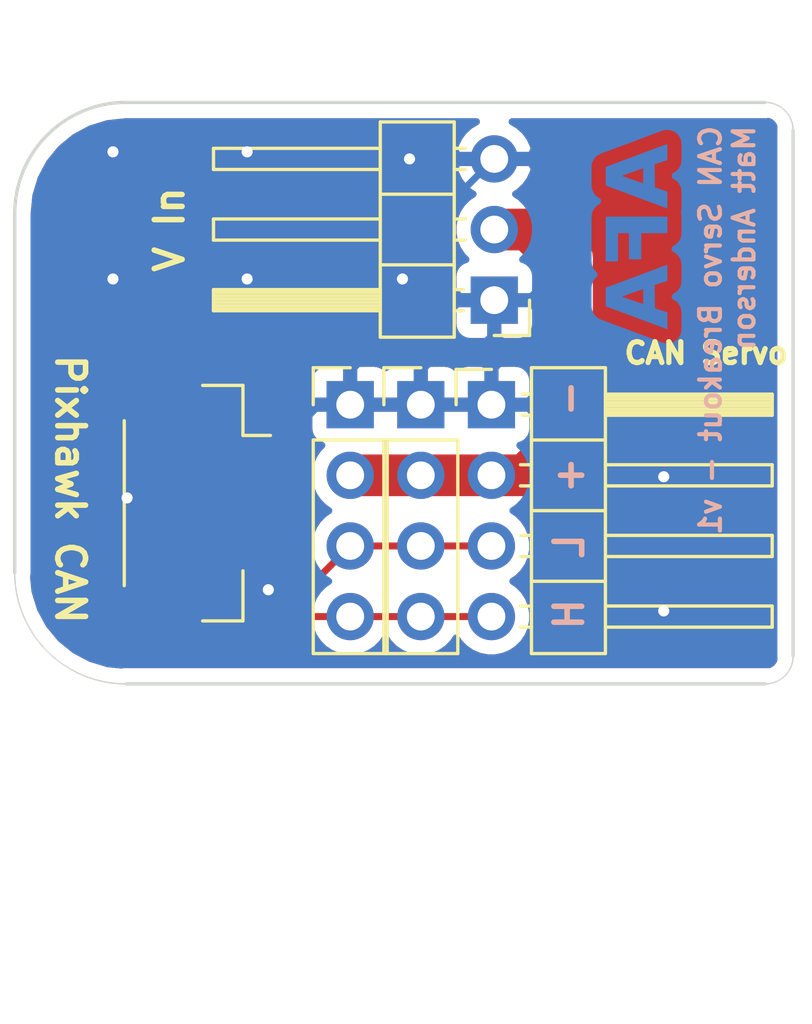
<source format=kicad_pcb>
(kicad_pcb (version 20171130) (host pcbnew "(5.1.5)-3")

  (general
    (thickness 1.6)
    (drawings 13)
    (tracks 43)
    (zones 0)
    (modules 6)
    (nets 5)
  )

  (page A4)
  (layers
    (0 F.Cu signal)
    (31 B.Cu signal)
    (32 B.Adhes user)
    (33 F.Adhes user)
    (34 B.Paste user)
    (35 F.Paste user)
    (36 B.SilkS user)
    (37 F.SilkS user)
    (38 B.Mask user)
    (39 F.Mask user)
    (40 Dwgs.User user)
    (41 Cmts.User user)
    (42 Eco1.User user)
    (43 Eco2.User user)
    (44 Edge.Cuts user)
    (45 Margin user)
    (46 B.CrtYd user)
    (47 F.CrtYd user)
    (48 B.Fab user)
    (49 F.Fab user hide)
  )

  (setup
    (last_trace_width 0.25)
    (trace_clearance 0.2)
    (zone_clearance 0.508)
    (zone_45_only no)
    (trace_min 0.2)
    (via_size 0.8)
    (via_drill 0.4)
    (via_min_size 0.4)
    (via_min_drill 0.3)
    (uvia_size 0.3)
    (uvia_drill 0.1)
    (uvias_allowed no)
    (uvia_min_size 0.2)
    (uvia_min_drill 0.1)
    (edge_width 0.05)
    (segment_width 0.2)
    (pcb_text_width 0.3)
    (pcb_text_size 1.5 1.5)
    (mod_edge_width 0.12)
    (mod_text_size 1 1)
    (mod_text_width 0.15)
    (pad_size 1.524 1.524)
    (pad_drill 0.762)
    (pad_to_mask_clearance 0.051)
    (solder_mask_min_width 0.25)
    (aux_axis_origin 0 0)
    (visible_elements 7FFFFFFF)
    (pcbplotparams
      (layerselection 0x010f0_ffffffff)
      (usegerberextensions true)
      (usegerberattributes false)
      (usegerberadvancedattributes false)
      (creategerberjobfile false)
      (excludeedgelayer true)
      (linewidth 0.100000)
      (plotframeref false)
      (viasonmask false)
      (mode 1)
      (useauxorigin false)
      (hpglpennumber 1)
      (hpglpenspeed 20)
      (hpglpendiameter 15.000000)
      (psnegative false)
      (psa4output false)
      (plotreference true)
      (plotvalue true)
      (plotinvisibletext false)
      (padsonsilk false)
      (subtractmaskfromsilk false)
      (outputformat 1)
      (mirror false)
      (drillshape 0)
      (scaleselection 1)
      (outputdirectory "outputs/"))
  )

  (net 0 "")
  (net 1 Earth)
  (net 2 +5V)
  (net 3 CANL)
  (net 4 CANH)

  (net_class Default "This is the default net class."
    (clearance 0.2)
    (trace_width 0.25)
    (via_dia 0.8)
    (via_drill 0.4)
    (uvia_dia 0.3)
    (uvia_drill 0.1)
    (add_net CANH)
    (add_net CANL)
    (add_net Earth)
  )

  (net_class Power ""
    (clearance 0.2)
    (trace_width 1.5)
    (via_dia 0.8)
    (via_drill 0.4)
    (uvia_dia 0.3)
    (uvia_drill 0.1)
    (add_net +5V)
  )

  (module ARCL:afa_logo (layer B.Cu) (tedit 5F31D693) (tstamp 5F694651)
    (at 227.33 73.914 270)
    (path /5F6A3ED4)
    (fp_text reference AFA1 (at 0 2.54 270) (layer B.Fab)
      (effects (font (size 1 1) (thickness 0.15)) (justify mirror))
    )
    (fp_text value afa_logo (at 0 -2.54 270) (layer B.Fab)
      (effects (font (size 1 1) (thickness 0.15)) (justify mirror))
    )
    (fp_poly (pts (xy 2.855695 0.12065) (xy 2.935749 -0.094157) (xy 3.012479 -0.300025) (xy 3.083558 -0.490704)
      (xy 3.146654 -0.659947) (xy 3.199438 -0.801505) (xy 3.239582 -0.909131) (xy 3.264755 -0.976574)
      (xy 3.267623 -0.98425) (xy 3.326963 -1.143) (xy 2.729918 -1.143) (xy 2.5781 -0.6985)
      (xy 1.737134 -0.684616) (xy 1.663889 -0.913808) (xy 1.590643 -1.143) (xy 1.016436 -1.143)
      (xy 1.075521 -0.98425) (xy 1.097574 -0.925054) (xy 1.135057 -0.824511) (xy 1.18564 -0.688867)
      (xy 1.246992 -0.524368) (xy 1.316784 -0.33726) (xy 1.338368 -0.2794) (xy 1.882302 -0.2794)
      (xy 2.432838 -0.2794) (xy 2.302269 0.101359) (xy 2.257178 0.230642) (xy 2.217202 0.341121)
      (xy 2.185391 0.424685) (xy 2.164797 0.473226) (xy 2.159 0.482176) (xy 2.14682 0.459492)
      (xy 2.121398 0.396792) (xy 2.085809 0.302168) (xy 2.043126 0.183712) (xy 2.014301 0.101418)
      (xy 1.882302 -0.2794) (xy 1.338368 -0.2794) (xy 1.392687 -0.133792) (xy 1.47237 0.079791)
      (xy 1.487614 0.12065) (xy 1.840623 1.0668) (xy 2.503108 1.0668) (xy 2.855695 0.12065)) (layer B.Cu) (width 0.01))
    (fp_poly (pts (xy -1.487705 0.12065) (xy -1.407651 -0.094157) (xy -1.330921 -0.300025) (xy -1.259842 -0.490704)
      (xy -1.196746 -0.659947) (xy -1.143962 -0.801505) (xy -1.103818 -0.909131) (xy -1.078645 -0.976574)
      (xy -1.075777 -0.98425) (xy -1.016437 -1.143) (xy -1.613482 -1.143) (xy -1.7653 -0.6985)
      (xy -2.606266 -0.684616) (xy -2.679511 -0.913808) (xy -2.752757 -1.143) (xy -3.326964 -1.143)
      (xy -3.267879 -0.98425) (xy -3.245826 -0.925054) (xy -3.208343 -0.824511) (xy -3.15776 -0.688867)
      (xy -3.096408 -0.524368) (xy -3.026616 -0.33726) (xy -3.005032 -0.2794) (xy -2.461098 -0.2794)
      (xy -1.910562 -0.2794) (xy -2.041131 0.101359) (xy -2.086222 0.230642) (xy -2.126198 0.341121)
      (xy -2.158009 0.424685) (xy -2.178603 0.473226) (xy -2.1844 0.482176) (xy -2.19658 0.459492)
      (xy -2.222002 0.396792) (xy -2.257591 0.302168) (xy -2.300274 0.183712) (xy -2.329099 0.101418)
      (xy -2.461098 -0.2794) (xy -3.005032 -0.2794) (xy -2.950713 -0.133792) (xy -2.87103 0.079791)
      (xy -2.855786 0.12065) (xy -2.502777 1.0668) (xy -1.840292 1.0668) (xy -1.487705 0.12065)) (layer B.Cu) (width 0.01))
    (fp_poly (pts (xy 0.889 0.635) (xy -0.127 0.635) (xy -0.127 0.2286) (xy 0.8128 0.2286)
      (xy 0.8128 -0.2032) (xy -0.127 -0.2032) (xy -0.127 -1.143) (xy -0.7112 -1.143)
      (xy -0.7112 1.0668) (xy 0.889 1.0668) (xy 0.889 0.635)) (layer B.Cu) (width 0.01))
    (fp_poly (pts (xy 2.337316 1.447201) (xy 2.4608 1.444879) (xy 2.550813 1.440046) (xy 2.616013 1.431915)
      (xy 2.665061 1.419698) (xy 2.706617 1.402608) (xy 2.715089 1.398384) (xy 2.739889 1.385892)
      (xy 2.761591 1.373308) (xy 2.781898 1.356766) (xy 2.802515 1.332404) (xy 2.825147 1.296357)
      (xy 2.851497 1.244763) (xy 2.883271 1.173757) (xy 2.922172 1.079477) (xy 2.969906 0.958057)
      (xy 3.028176 0.805635) (xy 3.098687 0.618347) (xy 3.183144 0.392329) (xy 3.28325 0.123718)
      (xy 3.315041 0.038404) (xy 3.414987 -0.230513) (xy 3.498029 -0.456504) (xy 3.565325 -0.644123)
      (xy 3.618034 -0.797925) (xy 3.657314 -0.922464) (xy 3.684324 -1.022295) (xy 3.700223 -1.101971)
      (xy 3.706167 -1.166048) (xy 3.703317 -1.219079) (xy 3.69283 -1.265619) (xy 3.675865 -1.310223)
      (xy 3.664408 -1.335127) (xy 3.627705 -1.398827) (xy 3.581727 -1.446724) (xy 3.519224 -1.480952)
      (xy 3.432944 -1.503646) (xy 3.315637 -1.516938) (xy 3.160051 -1.522963) (xy 3.0226 -1.524)
      (xy 2.864061 -1.523273) (xy 2.747074 -1.520492) (xy 2.662403 -1.514752) (xy 2.600813 -1.505151)
      (xy 2.553068 -1.490785) (xy 2.51731 -1.474583) (xy 2.442322 -1.417477) (xy 2.378529 -1.325391)
      (xy 2.321861 -1.191763) (xy 2.299896 -1.12395) (xy 2.281973 -1.08893) (xy 2.246183 -1.071926)
      (xy 2.177637 -1.066899) (xy 2.159 -1.0668) (xy 2.082251 -1.07018) (xy 2.04119 -1.084349)
      (xy 2.020927 -1.115344) (xy 2.018103 -1.12395) (xy 1.963171 -1.276372) (xy 1.90277 -1.384579)
      (xy 1.832831 -1.455134) (xy 1.800689 -1.474583) (xy 1.756475 -1.493939) (xy 1.705864 -1.507569)
      (xy 1.63937 -1.516429) (xy 1.547508 -1.521475) (xy 1.420791 -1.52366) (xy 1.309973 -1.524)
      (xy 1.126315 -1.521869) (xy 0.985848 -1.514023) (xy 0.881088 -1.498278) (xy 0.804548 -1.472454)
      (xy 0.748744 -1.434368) (xy 0.706189 -1.381838) (xy 0.68331 -1.34132) (xy 0.644662 -1.226644)
      (xy 0.640012 -1.095296) (xy 0.669753 -0.939833) (xy 0.7112 -0.812799) (xy 0.745489 -0.718622)
      (xy 0.771774 -0.644181) (xy 0.785997 -0.601066) (xy 0.7874 -0.595167) (xy 0.76375 -0.590664)
      (xy 0.699795 -0.587058) (xy 0.606031 -0.584779) (xy 0.5207 -0.5842) (xy 0.254 -0.5842)
      (xy 0.254 -0.915411) (xy 0.252783 -1.060217) (xy 0.248322 -1.164964) (xy 0.239405 -1.240352)
      (xy 0.224818 -1.297081) (xy 0.205689 -1.34132) (xy 0.180768 -1.387221) (xy 0.154022 -1.424655)
      (xy 0.1203 -1.454486) (xy 0.074455 -1.477575) (xy 0.011339 -1.494785) (xy -0.074196 -1.506979)
      (xy -0.1873 -1.51502) (xy -0.333119 -1.51977) (xy -0.516804 -1.522093) (xy -0.743501 -1.52285)
      (xy -0.878003 -1.522911) (xy -1.110505 -1.522753) (xy -1.297858 -1.522054) (xy -1.445717 -1.520526)
      (xy -1.559732 -1.517876) (xy -1.645556 -1.513814) (xy -1.708841 -1.508048) (xy -1.75524 -1.500289)
      (xy -1.790403 -1.490244) (xy -1.819983 -1.477624) (xy -1.82711 -1.474062) (xy -1.902036 -1.416526)
      (xy -1.966049 -1.323084) (xy -2.02301 -1.187484) (xy -2.043504 -1.12395) (xy -2.061427 -1.08893)
      (xy -2.097217 -1.071926) (xy -2.165763 -1.066899) (xy -2.1844 -1.0668) (xy -2.261149 -1.07018)
      (xy -2.30221 -1.084349) (xy -2.322473 -1.115344) (xy -2.325297 -1.12395) (xy -2.380229 -1.276372)
      (xy -2.44063 -1.384579) (xy -2.510569 -1.455134) (xy -2.542711 -1.474583) (xy -2.586222 -1.493721)
      (xy -2.6357 -1.507206) (xy -2.700509 -1.515947) (xy -2.790016 -1.520855) (xy -2.913584 -1.522837)
      (xy -3.040639 -1.522935) (xy -3.199465 -1.521656) (xy -3.316496 -1.51821) (xy -3.400721 -1.51173)
      (xy -3.461127 -1.501349) (xy -3.506702 -1.486198) (xy -3.528006 -1.47589) (xy -3.600002 -1.420509)
      (xy -3.657585 -1.348504) (xy -3.660291 -1.343605) (xy -3.682204 -1.298967) (xy -3.697915 -1.25454)
      (xy -3.706297 -1.205816) (xy -3.706223 -1.148282) (xy -3.696568 -1.077429) (xy -3.676205 -0.988745)
      (xy -3.644008 -0.877721) (xy -3.59885 -0.739846) (xy -3.539606 -0.570609) (xy -3.465148 -0.3655)
      (xy -3.374351 -0.120008) (xy -3.314884 0.03964) (xy -3.209946 0.321013) (xy -3.12116 0.558692)
      (xy -3.04682 0.756542) (xy -2.985221 0.918427) (xy -2.934656 1.048211) (xy -2.893421 1.149758)
      (xy -2.859808 1.226932) (xy -2.832114 1.283598) (xy -2.808631 1.323619) (xy -2.787653 1.35086)
      (xy -2.767476 1.369186) (xy -2.746393 1.38246) (xy -2.722699 1.394546) (xy -2.71509 1.398384)
      (xy -2.674004 1.416582) (xy -2.62722 1.429745) (xy -2.566078 1.438658) (xy -2.481919 1.44411)
      (xy -2.366083 1.446888) (xy -2.20991 1.447779) (xy -2.1717 1.4478) (xy -2.00629 1.447213)
      (xy -1.882987 1.44492) (xy -1.793106 1.440126) (xy -1.727963 1.432032) (xy -1.678871 1.419844)
      (xy -1.637148 1.402765) (xy -1.627325 1.39788) (xy -1.593352 1.378507) (xy -1.563172 1.354281)
      (xy -1.534135 1.319789) (xy -1.503589 1.269622) (xy -1.468883 1.198366) (xy -1.427364 1.100611)
      (xy -1.376381 0.970945) (xy -1.313284 0.803956) (xy -1.241128 0.609664) (xy -1.1049 0.241428)
      (xy -1.0922 0.723964) (xy -1.086228 0.914102) (xy -1.078335 1.060453) (xy -1.066634 1.170028)
      (xy -1.049235 1.249841) (xy -1.024251 1.306905) (xy -0.989793 1.348231) (xy -0.943973 1.380832)
      (xy -0.910407 1.399038) (xy -0.882162 1.411972) (xy -0.849748 1.422403) (xy -0.807702 1.430598)
      (xy -0.750561 1.436823) (xy -0.672861 1.441347) (xy -0.56914 1.444435) (xy -0.433934 1.446356)
      (xy -0.261781 1.447376) (xy -0.047217 1.447762) (xy 0.087026 1.4478) (xy 0.328604 1.447584)
      (xy 0.524777 1.446775) (xy 0.680938 1.445136) (xy 0.802481 1.442427) (xy 0.8948 1.43841)
      (xy 0.963287 1.432846) (xy 1.013337 1.425496) (xy 1.050343 1.416122) (xy 1.079699 1.404485)
      (xy 1.081127 1.403809) (xy 1.161402 1.350689) (xy 1.217379 1.275392) (xy 1.252134 1.170323)
      (xy 1.268743 1.027891) (xy 1.271241 0.934462) (xy 1.272483 0.6985) (xy 1.334817 0.8636)
      (xy 1.403175 1.044078) (xy 1.460093 1.182975) (xy 1.513362 1.28573) (xy 1.570772 1.35778)
      (xy 1.640114 1.404564) (xy 1.729178 1.43152) (xy 1.845755 1.444087) (xy 1.997636 1.447704)
      (xy 2.1717 1.4478) (xy 2.337316 1.447201)) (layer B.Mask) (width 0.01))
  )

  (module Connector_PinHeader_2.54mm:PinHeader_1x04_P2.54mm_Horizontal (layer F.Cu) (tedit 59FED5CB) (tstamp 5F69302E)
    (at 222.1484 79.9592)
    (descr "Through hole angled pin header, 1x04, 2.54mm pitch, 6mm pin length, single row")
    (tags "Through hole angled pin header THT 1x04 2.54mm single row")
    (path /5F694495)
    (fp_text reference J4 (at 4.385 -2.27) (layer F.Fab)
      (effects (font (size 1 1) (thickness 0.15)))
    )
    (fp_text value OUT3 (at 4.385 9.89) (layer F.Fab)
      (effects (font (size 1 1) (thickness 0.15)))
    )
    (fp_text user %R (at 2.77 3.81 90) (layer F.Fab)
      (effects (font (size 1 1) (thickness 0.15)))
    )
    (fp_line (start 10.55 -1.8) (end -1.8 -1.8) (layer F.CrtYd) (width 0.05))
    (fp_line (start 10.55 9.4) (end 10.55 -1.8) (layer F.CrtYd) (width 0.05))
    (fp_line (start -1.8 9.4) (end 10.55 9.4) (layer F.CrtYd) (width 0.05))
    (fp_line (start -1.8 -1.8) (end -1.8 9.4) (layer F.CrtYd) (width 0.05))
    (fp_line (start -1.27 -1.27) (end 0 -1.27) (layer F.SilkS) (width 0.12))
    (fp_line (start -1.27 0) (end -1.27 -1.27) (layer F.SilkS) (width 0.12))
    (fp_line (start 1.042929 8) (end 1.44 8) (layer F.SilkS) (width 0.12))
    (fp_line (start 1.042929 7.24) (end 1.44 7.24) (layer F.SilkS) (width 0.12))
    (fp_line (start 10.1 8) (end 4.1 8) (layer F.SilkS) (width 0.12))
    (fp_line (start 10.1 7.24) (end 10.1 8) (layer F.SilkS) (width 0.12))
    (fp_line (start 4.1 7.24) (end 10.1 7.24) (layer F.SilkS) (width 0.12))
    (fp_line (start 1.44 6.35) (end 4.1 6.35) (layer F.SilkS) (width 0.12))
    (fp_line (start 1.042929 5.46) (end 1.44 5.46) (layer F.SilkS) (width 0.12))
    (fp_line (start 1.042929 4.7) (end 1.44 4.7) (layer F.SilkS) (width 0.12))
    (fp_line (start 10.1 5.46) (end 4.1 5.46) (layer F.SilkS) (width 0.12))
    (fp_line (start 10.1 4.7) (end 10.1 5.46) (layer F.SilkS) (width 0.12))
    (fp_line (start 4.1 4.7) (end 10.1 4.7) (layer F.SilkS) (width 0.12))
    (fp_line (start 1.44 3.81) (end 4.1 3.81) (layer F.SilkS) (width 0.12))
    (fp_line (start 1.042929 2.92) (end 1.44 2.92) (layer F.SilkS) (width 0.12))
    (fp_line (start 1.042929 2.16) (end 1.44 2.16) (layer F.SilkS) (width 0.12))
    (fp_line (start 10.1 2.92) (end 4.1 2.92) (layer F.SilkS) (width 0.12))
    (fp_line (start 10.1 2.16) (end 10.1 2.92) (layer F.SilkS) (width 0.12))
    (fp_line (start 4.1 2.16) (end 10.1 2.16) (layer F.SilkS) (width 0.12))
    (fp_line (start 1.44 1.27) (end 4.1 1.27) (layer F.SilkS) (width 0.12))
    (fp_line (start 1.11 0.38) (end 1.44 0.38) (layer F.SilkS) (width 0.12))
    (fp_line (start 1.11 -0.38) (end 1.44 -0.38) (layer F.SilkS) (width 0.12))
    (fp_line (start 4.1 0.28) (end 10.1 0.28) (layer F.SilkS) (width 0.12))
    (fp_line (start 4.1 0.16) (end 10.1 0.16) (layer F.SilkS) (width 0.12))
    (fp_line (start 4.1 0.04) (end 10.1 0.04) (layer F.SilkS) (width 0.12))
    (fp_line (start 4.1 -0.08) (end 10.1 -0.08) (layer F.SilkS) (width 0.12))
    (fp_line (start 4.1 -0.2) (end 10.1 -0.2) (layer F.SilkS) (width 0.12))
    (fp_line (start 4.1 -0.32) (end 10.1 -0.32) (layer F.SilkS) (width 0.12))
    (fp_line (start 10.1 0.38) (end 4.1 0.38) (layer F.SilkS) (width 0.12))
    (fp_line (start 10.1 -0.38) (end 10.1 0.38) (layer F.SilkS) (width 0.12))
    (fp_line (start 4.1 -0.38) (end 10.1 -0.38) (layer F.SilkS) (width 0.12))
    (fp_line (start 4.1 -1.33) (end 1.44 -1.33) (layer F.SilkS) (width 0.12))
    (fp_line (start 4.1 8.95) (end 4.1 -1.33) (layer F.SilkS) (width 0.12))
    (fp_line (start 1.44 8.95) (end 4.1 8.95) (layer F.SilkS) (width 0.12))
    (fp_line (start 1.44 -1.33) (end 1.44 8.95) (layer F.SilkS) (width 0.12))
    (fp_line (start 4.04 7.94) (end 10.04 7.94) (layer F.Fab) (width 0.1))
    (fp_line (start 10.04 7.3) (end 10.04 7.94) (layer F.Fab) (width 0.1))
    (fp_line (start 4.04 7.3) (end 10.04 7.3) (layer F.Fab) (width 0.1))
    (fp_line (start -0.32 7.94) (end 1.5 7.94) (layer F.Fab) (width 0.1))
    (fp_line (start -0.32 7.3) (end -0.32 7.94) (layer F.Fab) (width 0.1))
    (fp_line (start -0.32 7.3) (end 1.5 7.3) (layer F.Fab) (width 0.1))
    (fp_line (start 4.04 5.4) (end 10.04 5.4) (layer F.Fab) (width 0.1))
    (fp_line (start 10.04 4.76) (end 10.04 5.4) (layer F.Fab) (width 0.1))
    (fp_line (start 4.04 4.76) (end 10.04 4.76) (layer F.Fab) (width 0.1))
    (fp_line (start -0.32 5.4) (end 1.5 5.4) (layer F.Fab) (width 0.1))
    (fp_line (start -0.32 4.76) (end -0.32 5.4) (layer F.Fab) (width 0.1))
    (fp_line (start -0.32 4.76) (end 1.5 4.76) (layer F.Fab) (width 0.1))
    (fp_line (start 4.04 2.86) (end 10.04 2.86) (layer F.Fab) (width 0.1))
    (fp_line (start 10.04 2.22) (end 10.04 2.86) (layer F.Fab) (width 0.1))
    (fp_line (start 4.04 2.22) (end 10.04 2.22) (layer F.Fab) (width 0.1))
    (fp_line (start -0.32 2.86) (end 1.5 2.86) (layer F.Fab) (width 0.1))
    (fp_line (start -0.32 2.22) (end -0.32 2.86) (layer F.Fab) (width 0.1))
    (fp_line (start -0.32 2.22) (end 1.5 2.22) (layer F.Fab) (width 0.1))
    (fp_line (start 4.04 0.32) (end 10.04 0.32) (layer F.Fab) (width 0.1))
    (fp_line (start 10.04 -0.32) (end 10.04 0.32) (layer F.Fab) (width 0.1))
    (fp_line (start 4.04 -0.32) (end 10.04 -0.32) (layer F.Fab) (width 0.1))
    (fp_line (start -0.32 0.32) (end 1.5 0.32) (layer F.Fab) (width 0.1))
    (fp_line (start -0.32 -0.32) (end -0.32 0.32) (layer F.Fab) (width 0.1))
    (fp_line (start -0.32 -0.32) (end 1.5 -0.32) (layer F.Fab) (width 0.1))
    (fp_line (start 1.5 -0.635) (end 2.135 -1.27) (layer F.Fab) (width 0.1))
    (fp_line (start 1.5 8.89) (end 1.5 -0.635) (layer F.Fab) (width 0.1))
    (fp_line (start 4.04 8.89) (end 1.5 8.89) (layer F.Fab) (width 0.1))
    (fp_line (start 4.04 -1.27) (end 4.04 8.89) (layer F.Fab) (width 0.1))
    (fp_line (start 2.135 -1.27) (end 4.04 -1.27) (layer F.Fab) (width 0.1))
    (pad 4 thru_hole oval (at 0 7.62) (size 1.7 1.7) (drill 1) (layers *.Cu *.Mask)
      (net 4 CANH))
    (pad 3 thru_hole oval (at 0 5.08) (size 1.7 1.7) (drill 1) (layers *.Cu *.Mask)
      (net 3 CANL))
    (pad 2 thru_hole oval (at 0 2.54) (size 1.7 1.7) (drill 1) (layers *.Cu *.Mask)
      (net 2 +5V))
    (pad 1 thru_hole rect (at 0 0) (size 1.7 1.7) (drill 1) (layers *.Cu *.Mask)
      (net 1 Earth))
    (model ${KISYS3DMOD}/Connector_PinHeader_2.54mm.3dshapes/PinHeader_1x04_P2.54mm_Horizontal.wrl
      (at (xyz 0 0 0))
      (scale (xyz 1 1 1))
      (rotate (xyz 0 0 0))
    )
  )

  (module Connector_PinHeader_2.54mm:PinHeader_1x04_P2.54mm_Vertical (layer F.Cu) (tedit 59FED5CC) (tstamp 5F692FDF)
    (at 219.6084 79.9592)
    (descr "Through hole straight pin header, 1x04, 2.54mm pitch, single row")
    (tags "Through hole pin header THT 1x04 2.54mm single row")
    (path /5F69399E)
    (fp_text reference J2 (at 0 -2.33) (layer F.Fab)
      (effects (font (size 1 1) (thickness 0.15)))
    )
    (fp_text value OUT2 (at 0 9.95) (layer F.Fab)
      (effects (font (size 1 1) (thickness 0.15)))
    )
    (fp_text user %R (at 0 3.81 90) (layer F.Fab)
      (effects (font (size 1 1) (thickness 0.15)))
    )
    (fp_line (start 1.8 -1.8) (end -1.8 -1.8) (layer F.CrtYd) (width 0.05))
    (fp_line (start 1.8 9.4) (end 1.8 -1.8) (layer F.CrtYd) (width 0.05))
    (fp_line (start -1.8 9.4) (end 1.8 9.4) (layer F.CrtYd) (width 0.05))
    (fp_line (start -1.8 -1.8) (end -1.8 9.4) (layer F.CrtYd) (width 0.05))
    (fp_line (start -1.33 -1.33) (end 0 -1.33) (layer F.SilkS) (width 0.12))
    (fp_line (start -1.33 0) (end -1.33 -1.33) (layer F.SilkS) (width 0.12))
    (fp_line (start -1.33 1.27) (end 1.33 1.27) (layer F.SilkS) (width 0.12))
    (fp_line (start 1.33 1.27) (end 1.33 8.95) (layer F.SilkS) (width 0.12))
    (fp_line (start -1.33 1.27) (end -1.33 8.95) (layer F.SilkS) (width 0.12))
    (fp_line (start -1.33 8.95) (end 1.33 8.95) (layer F.SilkS) (width 0.12))
    (fp_line (start -1.27 -0.635) (end -0.635 -1.27) (layer F.Fab) (width 0.1))
    (fp_line (start -1.27 8.89) (end -1.27 -0.635) (layer F.Fab) (width 0.1))
    (fp_line (start 1.27 8.89) (end -1.27 8.89) (layer F.Fab) (width 0.1))
    (fp_line (start 1.27 -1.27) (end 1.27 8.89) (layer F.Fab) (width 0.1))
    (fp_line (start -0.635 -1.27) (end 1.27 -1.27) (layer F.Fab) (width 0.1))
    (pad 4 thru_hole oval (at 0 7.62) (size 1.7 1.7) (drill 1) (layers *.Cu *.Mask)
      (net 4 CANH))
    (pad 3 thru_hole oval (at 0 5.08) (size 1.7 1.7) (drill 1) (layers *.Cu *.Mask)
      (net 3 CANL))
    (pad 2 thru_hole oval (at 0 2.54) (size 1.7 1.7) (drill 1) (layers *.Cu *.Mask)
      (net 2 +5V))
    (pad 1 thru_hole rect (at 0 0) (size 1.7 1.7) (drill 1) (layers *.Cu *.Mask)
      (net 1 Earth))
    (model ${KISYS3DMOD}/Connector_PinHeader_2.54mm.3dshapes/PinHeader_1x04_P2.54mm_Vertical.wrl
      (at (xyz 0 0 0))
      (scale (xyz 1 1 1))
      (rotate (xyz 0 0 0))
    )
  )

  (module Connector_PinHeader_2.54mm:PinHeader_1x04_P2.54mm_Vertical (layer F.Cu) (tedit 59FED5CC) (tstamp 5F692FC4)
    (at 217.0684 79.9592)
    (descr "Through hole straight pin header, 1x04, 2.54mm pitch, single row")
    (tags "Through hole pin header THT 1x04 2.54mm single row")
    (path /5F6934F4)
    (fp_text reference J1 (at 0 -2.33) (layer F.Fab)
      (effects (font (size 1 1) (thickness 0.15)))
    )
    (fp_text value OUT1 (at 0 9.95) (layer F.Fab)
      (effects (font (size 1 1) (thickness 0.15)))
    )
    (fp_text user %R (at 0 3.81 90) (layer F.Fab)
      (effects (font (size 1 1) (thickness 0.15)))
    )
    (fp_line (start 1.8 -1.8) (end -1.8 -1.8) (layer F.CrtYd) (width 0.05))
    (fp_line (start 1.8 9.4) (end 1.8 -1.8) (layer F.CrtYd) (width 0.05))
    (fp_line (start -1.8 9.4) (end 1.8 9.4) (layer F.CrtYd) (width 0.05))
    (fp_line (start -1.8 -1.8) (end -1.8 9.4) (layer F.CrtYd) (width 0.05))
    (fp_line (start -1.33 -1.33) (end 0 -1.33) (layer F.SilkS) (width 0.12))
    (fp_line (start -1.33 0) (end -1.33 -1.33) (layer F.SilkS) (width 0.12))
    (fp_line (start -1.33 1.27) (end 1.33 1.27) (layer F.SilkS) (width 0.12))
    (fp_line (start 1.33 1.27) (end 1.33 8.95) (layer F.SilkS) (width 0.12))
    (fp_line (start -1.33 1.27) (end -1.33 8.95) (layer F.SilkS) (width 0.12))
    (fp_line (start -1.33 8.95) (end 1.33 8.95) (layer F.SilkS) (width 0.12))
    (fp_line (start -1.27 -0.635) (end -0.635 -1.27) (layer F.Fab) (width 0.1))
    (fp_line (start -1.27 8.89) (end -1.27 -0.635) (layer F.Fab) (width 0.1))
    (fp_line (start 1.27 8.89) (end -1.27 8.89) (layer F.Fab) (width 0.1))
    (fp_line (start 1.27 -1.27) (end 1.27 8.89) (layer F.Fab) (width 0.1))
    (fp_line (start -0.635 -1.27) (end 1.27 -1.27) (layer F.Fab) (width 0.1))
    (pad 4 thru_hole oval (at 0 7.62) (size 1.7 1.7) (drill 1) (layers *.Cu *.Mask)
      (net 4 CANH))
    (pad 3 thru_hole oval (at 0 5.08) (size 1.7 1.7) (drill 1) (layers *.Cu *.Mask)
      (net 3 CANL))
    (pad 2 thru_hole oval (at 0 2.54) (size 1.7 1.7) (drill 1) (layers *.Cu *.Mask)
      (net 2 +5V))
    (pad 1 thru_hole rect (at 0 0) (size 1.7 1.7) (drill 1) (layers *.Cu *.Mask)
      (net 1 Earth))
    (model ${KISYS3DMOD}/Connector_PinHeader_2.54mm.3dshapes/PinHeader_1x04_P2.54mm_Vertical.wrl
      (at (xyz 0 0 0))
      (scale (xyz 1 1 1))
      (rotate (xyz 0 0 0))
    )
  )

  (module Connector_PinHeader_2.54mm:PinHeader_1x03_P2.54mm_Horizontal (layer F.Cu) (tedit 59FED5CB) (tstamp 5F6941D4)
    (at 222.25 76.2 180)
    (descr "Through hole angled pin header, 1x03, 2.54mm pitch, 6mm pin length, single row")
    (tags "Through hole angled pin header THT 1x03 2.54mm single row")
    (path /5F24BB9D)
    (fp_text reference J5 (at 4.385 -2.27) (layer F.Fab)
      (effects (font (size 1 1) (thickness 0.15)))
    )
    (fp_text value V_IN (at 4.385 7.35) (layer F.Fab)
      (effects (font (size 1 1) (thickness 0.15)))
    )
    (fp_text user %R (at 2.77 2.54 90) (layer F.Fab)
      (effects (font (size 1 1) (thickness 0.15)))
    )
    (fp_line (start 10.55 -1.8) (end -1.8 -1.8) (layer F.CrtYd) (width 0.05))
    (fp_line (start 10.55 6.85) (end 10.55 -1.8) (layer F.CrtYd) (width 0.05))
    (fp_line (start -1.8 6.85) (end 10.55 6.85) (layer F.CrtYd) (width 0.05))
    (fp_line (start -1.8 -1.8) (end -1.8 6.85) (layer F.CrtYd) (width 0.05))
    (fp_line (start -1.27 -1.27) (end 0 -1.27) (layer F.SilkS) (width 0.12))
    (fp_line (start -1.27 0) (end -1.27 -1.27) (layer F.SilkS) (width 0.12))
    (fp_line (start 1.042929 5.46) (end 1.44 5.46) (layer F.SilkS) (width 0.12))
    (fp_line (start 1.042929 4.7) (end 1.44 4.7) (layer F.SilkS) (width 0.12))
    (fp_line (start 10.1 5.46) (end 4.1 5.46) (layer F.SilkS) (width 0.12))
    (fp_line (start 10.1 4.7) (end 10.1 5.46) (layer F.SilkS) (width 0.12))
    (fp_line (start 4.1 4.7) (end 10.1 4.7) (layer F.SilkS) (width 0.12))
    (fp_line (start 1.44 3.81) (end 4.1 3.81) (layer F.SilkS) (width 0.12))
    (fp_line (start 1.042929 2.92) (end 1.44 2.92) (layer F.SilkS) (width 0.12))
    (fp_line (start 1.042929 2.16) (end 1.44 2.16) (layer F.SilkS) (width 0.12))
    (fp_line (start 10.1 2.92) (end 4.1 2.92) (layer F.SilkS) (width 0.12))
    (fp_line (start 10.1 2.16) (end 10.1 2.92) (layer F.SilkS) (width 0.12))
    (fp_line (start 4.1 2.16) (end 10.1 2.16) (layer F.SilkS) (width 0.12))
    (fp_line (start 1.44 1.27) (end 4.1 1.27) (layer F.SilkS) (width 0.12))
    (fp_line (start 1.11 0.38) (end 1.44 0.38) (layer F.SilkS) (width 0.12))
    (fp_line (start 1.11 -0.38) (end 1.44 -0.38) (layer F.SilkS) (width 0.12))
    (fp_line (start 4.1 0.28) (end 10.1 0.28) (layer F.SilkS) (width 0.12))
    (fp_line (start 4.1 0.16) (end 10.1 0.16) (layer F.SilkS) (width 0.12))
    (fp_line (start 4.1 0.04) (end 10.1 0.04) (layer F.SilkS) (width 0.12))
    (fp_line (start 4.1 -0.08) (end 10.1 -0.08) (layer F.SilkS) (width 0.12))
    (fp_line (start 4.1 -0.2) (end 10.1 -0.2) (layer F.SilkS) (width 0.12))
    (fp_line (start 4.1 -0.32) (end 10.1 -0.32) (layer F.SilkS) (width 0.12))
    (fp_line (start 10.1 0.38) (end 4.1 0.38) (layer F.SilkS) (width 0.12))
    (fp_line (start 10.1 -0.38) (end 10.1 0.38) (layer F.SilkS) (width 0.12))
    (fp_line (start 4.1 -0.38) (end 10.1 -0.38) (layer F.SilkS) (width 0.12))
    (fp_line (start 4.1 -1.33) (end 1.44 -1.33) (layer F.SilkS) (width 0.12))
    (fp_line (start 4.1 6.41) (end 4.1 -1.33) (layer F.SilkS) (width 0.12))
    (fp_line (start 1.44 6.41) (end 4.1 6.41) (layer F.SilkS) (width 0.12))
    (fp_line (start 1.44 -1.33) (end 1.44 6.41) (layer F.SilkS) (width 0.12))
    (fp_line (start 4.04 5.4) (end 10.04 5.4) (layer F.Fab) (width 0.1))
    (fp_line (start 10.04 4.76) (end 10.04 5.4) (layer F.Fab) (width 0.1))
    (fp_line (start 4.04 4.76) (end 10.04 4.76) (layer F.Fab) (width 0.1))
    (fp_line (start -0.32 5.4) (end 1.5 5.4) (layer F.Fab) (width 0.1))
    (fp_line (start -0.32 4.76) (end -0.32 5.4) (layer F.Fab) (width 0.1))
    (fp_line (start -0.32 4.76) (end 1.5 4.76) (layer F.Fab) (width 0.1))
    (fp_line (start 4.04 2.86) (end 10.04 2.86) (layer F.Fab) (width 0.1))
    (fp_line (start 10.04 2.22) (end 10.04 2.86) (layer F.Fab) (width 0.1))
    (fp_line (start 4.04 2.22) (end 10.04 2.22) (layer F.Fab) (width 0.1))
    (fp_line (start -0.32 2.86) (end 1.5 2.86) (layer F.Fab) (width 0.1))
    (fp_line (start -0.32 2.22) (end -0.32 2.86) (layer F.Fab) (width 0.1))
    (fp_line (start -0.32 2.22) (end 1.5 2.22) (layer F.Fab) (width 0.1))
    (fp_line (start 4.04 0.32) (end 10.04 0.32) (layer F.Fab) (width 0.1))
    (fp_line (start 10.04 -0.32) (end 10.04 0.32) (layer F.Fab) (width 0.1))
    (fp_line (start 4.04 -0.32) (end 10.04 -0.32) (layer F.Fab) (width 0.1))
    (fp_line (start -0.32 0.32) (end 1.5 0.32) (layer F.Fab) (width 0.1))
    (fp_line (start -0.32 -0.32) (end -0.32 0.32) (layer F.Fab) (width 0.1))
    (fp_line (start -0.32 -0.32) (end 1.5 -0.32) (layer F.Fab) (width 0.1))
    (fp_line (start 1.5 -0.635) (end 2.135 -1.27) (layer F.Fab) (width 0.1))
    (fp_line (start 1.5 6.35) (end 1.5 -0.635) (layer F.Fab) (width 0.1))
    (fp_line (start 4.04 6.35) (end 1.5 6.35) (layer F.Fab) (width 0.1))
    (fp_line (start 4.04 -1.27) (end 4.04 6.35) (layer F.Fab) (width 0.1))
    (fp_line (start 2.135 -1.27) (end 4.04 -1.27) (layer F.Fab) (width 0.1))
    (pad 3 thru_hole oval (at 0 5.08 180) (size 1.7 1.7) (drill 1) (layers *.Cu *.Mask)
      (net 1 Earth))
    (pad 2 thru_hole oval (at 0 2.54 180) (size 1.7 1.7) (drill 1) (layers *.Cu *.Mask)
      (net 2 +5V))
    (pad 1 thru_hole rect (at 0 0 180) (size 1.7 1.7) (drill 1) (layers *.Cu *.Mask)
      (net 1 Earth))
    (model ${KISYS3DMOD}/Connector_PinHeader_2.54mm.3dshapes/PinHeader_1x03_P2.54mm_Horizontal.wrl
      (at (xyz 0 0 0))
      (scale (xyz 1 1 1))
      (rotate (xyz 0 0 0))
    )
  )

  (module Connector_JST:JST_GH_SM04B-GHS-TB_1x04-1MP_P1.25mm_Horizontal (layer F.Cu) (tedit 5B78AD87) (tstamp 5F227308)
    (at 211.5 83.5 270)
    (descr "JST GH series connector, SM04B-GHS-TB (http://www.jst-mfg.com/product/pdf/eng/eGH.pdf), generated with kicad-footprint-generator")
    (tags "connector JST GH top entry")
    (path /5F230876)
    (attr smd)
    (fp_text reference J3 (at 0 -3.9 90) (layer F.Fab)
      (effects (font (size 1 1) (thickness 0.15)))
    )
    (fp_text value CAN_PIXHAWK (at 0 -5.08 90) (layer F.Fab)
      (effects (font (size 1 1) (thickness 0.15)))
    )
    (fp_text user %R (at 0 0 90) (layer F.Fab)
      (effects (font (size 1 1) (thickness 0.15)))
    )
    (fp_line (start -1.875 -0.892893) (end -1.375 -1.6) (layer F.Fab) (width 0.1))
    (fp_line (start -2.375 -1.6) (end -1.875 -0.892893) (layer F.Fab) (width 0.1))
    (fp_line (start 4.72 -3.2) (end -4.72 -3.2) (layer F.CrtYd) (width 0.05))
    (fp_line (start 4.72 3.2) (end 4.72 -3.2) (layer F.CrtYd) (width 0.05))
    (fp_line (start -4.72 3.2) (end 4.72 3.2) (layer F.CrtYd) (width 0.05))
    (fp_line (start -4.72 -3.2) (end -4.72 3.2) (layer F.CrtYd) (width 0.05))
    (fp_line (start 4.125 -1.6) (end 4.125 2.45) (layer F.Fab) (width 0.1))
    (fp_line (start -4.125 -1.6) (end -4.125 2.45) (layer F.Fab) (width 0.1))
    (fp_line (start -4.125 2.45) (end 4.125 2.45) (layer F.Fab) (width 0.1))
    (fp_line (start -2.965 2.56) (end 2.965 2.56) (layer F.SilkS) (width 0.12))
    (fp_line (start 4.235 -1.71) (end 2.435 -1.71) (layer F.SilkS) (width 0.12))
    (fp_line (start 4.235 -0.26) (end 4.235 -1.71) (layer F.SilkS) (width 0.12))
    (fp_line (start -2.435 -1.71) (end -2.435 -2.7) (layer F.SilkS) (width 0.12))
    (fp_line (start -4.235 -1.71) (end -2.435 -1.71) (layer F.SilkS) (width 0.12))
    (fp_line (start -4.235 -0.26) (end -4.235 -1.71) (layer F.SilkS) (width 0.12))
    (fp_line (start -4.125 -1.6) (end 4.125 -1.6) (layer F.Fab) (width 0.1))
    (pad MP smd roundrect (at 3.725 1.35 270) (size 1 2.7) (layers F.Cu F.Paste F.Mask) (roundrect_rratio 0.25))
    (pad MP smd roundrect (at -3.725 1.35 270) (size 1 2.7) (layers F.Cu F.Paste F.Mask) (roundrect_rratio 0.25))
    (pad 4 smd roundrect (at 1.875 -1.85 270) (size 0.6 1.7) (layers F.Cu F.Paste F.Mask) (roundrect_rratio 0.25)
      (net 1 Earth))
    (pad 3 smd roundrect (at 0.625 -1.85 270) (size 0.6 1.7) (layers F.Cu F.Paste F.Mask) (roundrect_rratio 0.25)
      (net 3 CANL))
    (pad 2 smd roundrect (at -0.625 -1.85 270) (size 0.6 1.7) (layers F.Cu F.Paste F.Mask) (roundrect_rratio 0.25)
      (net 4 CANH))
    (pad 1 smd roundrect (at -1.875 -1.85 270) (size 0.6 1.7) (layers F.Cu F.Paste F.Mask) (roundrect_rratio 0.25))
    (model ${KISYS3DMOD}/Connector_JST.3dshapes/JST_GH_SM04B-GHS-TB_1x04-1MP_P1.25mm_Horizontal.wrl
      (at (xyz 0 0 0))
      (scale (xyz 1 1 1))
      (rotate (xyz 0 0 0))
    )
  )

  (gr_arc (start 232 70.088) (end 233 70.088) (angle -90) (layer Edge.Cuts) (width 0.05))
  (gr_arc (start 232 89) (end 232 90) (angle -90) (layer Edge.Cuts) (width 0.05))
  (gr_arc (start 209 86) (end 205 86) (angle -90) (layer Edge.Cuts) (width 0.05))
  (gr_arc (start 209 73.088) (end 209 69.088) (angle -90) (layer Edge.Cuts) (width 0.12))
  (gr_text "CAN Servo Breakout - v1\nMatt Anderson" (at 230.632 69.85 90) (layer B.SilkS) (tstamp 5F6942FB)
    (effects (font (size 0.75 0.75) (thickness 0.15)) (justify left mirror))
  )
  (gr_text "-  +  L  H" (at 224.9424 83.566 90) (layer B.SilkS) (tstamp 5F23380A)
    (effects (font (size 1 1) (thickness 0.2)) (justify mirror))
  )
  (gr_text "V In" (at 210.566 73.66 90) (layer F.SilkS) (tstamp 5F22999F)
    (effects (font (size 1 1) (thickness 0.2)))
  )
  (gr_text "CAN Servo" (at 229.87 78.105) (layer F.SilkS) (tstamp 5F229354)
    (effects (font (size 0.75 0.75) (thickness 0.1875)))
  )
  (gr_text "Pixhawk CAN" (at 207 83 270) (layer F.SilkS)
    (effects (font (size 1 1) (thickness 0.2)))
  )
  (gr_line (start 205 86) (end 205 73.088) (layer Edge.Cuts) (width 0.12) (tstamp 5F31E89F))
  (gr_line (start 232 90) (end 209 90) (layer Edge.Cuts) (width 0.12))
  (gr_line (start 233 70.088) (end 233 89) (layer Edge.Cuts) (width 0.12))
  (gr_line (start 209 69.088) (end 232 69.088) (layer Edge.Cuts) (width 0.12))

  (via (at 228.346 87.376) (size 0.8) (drill 0.4) (layers F.Cu B.Cu) (net 1))
  (via (at 228.346 82.55) (size 0.8) (drill 0.4) (layers F.Cu B.Cu) (net 1))
  (via (at 208.534 70.866) (size 0.8) (drill 0.4) (layers F.Cu B.Cu) (net 1))
  (via (at 213.36 75.438) (size 0.8) (drill 0.4) (layers F.Cu B.Cu) (net 1))
  (via (at 208.534 75.438) (size 0.8) (drill 0.4) (layers F.Cu B.Cu) (net 1))
  (via (at 213.36 70.866) (size 0.8) (drill 0.4) (layers F.Cu B.Cu) (net 1))
  (via (at 209.042 83.312) (size 0.8) (drill 0.4) (layers F.Cu B.Cu) (net 1))
  (via (at 218.948 75.438) (size 0.8) (drill 0.4) (layers F.Cu B.Cu) (net 1))
  (via (at 219.202 71.12) (size 0.8) (drill 0.4) (layers F.Cu B.Cu) (net 1))
  (segment (start 213.35 85.375) (end 213.35 85.842) (width 0.25) (layer F.Cu) (net 1))
  (via (at 214.122 86.614) (size 0.8) (drill 0.4) (layers F.Cu B.Cu) (net 1))
  (segment (start 213.35 85.842) (end 214.122 86.614) (width 0.25) (layer F.Cu) (net 1))
  (segment (start 215.9684 79.9592) (end 217.0684 79.9592) (width 0.25) (layer B.Cu) (net 1))
  (segment (start 214.122 81.8056) (end 215.9684 79.9592) (width 0.25) (layer B.Cu) (net 1))
  (segment (start 214.122 86.614) (end 214.122 81.8056) (width 0.25) (layer B.Cu) (net 1))
  (segment (start 219.5908 79.9592) (end 222.1484 79.9592) (width 0.25) (layer B.Cu) (net 1))
  (segment (start 217.0684 79.9592) (end 219.5908 79.9592) (width 0.25) (layer B.Cu) (net 1))
  (segment (start 222.25 79.8576) (end 222.1484 79.9592) (width 0.25) (layer B.Cu) (net 1))
  (segment (start 222.25 76.2) (end 222.25 79.8576) (width 0.25) (layer B.Cu) (net 1))
  (segment (start 221.15 76.2) (end 222.25 76.2) (width 0.25) (layer B.Cu) (net 1))
  (segment (start 220.472 75.522) (end 221.15 76.2) (width 0.25) (layer B.Cu) (net 1))
  (segment (start 220.472 72.898) (end 220.472 75.522) (width 0.25) (layer B.Cu) (net 1))
  (segment (start 222.25 71.12) (end 220.472 72.898) (width 0.25) (layer B.Cu) (net 1))
  (segment (start 223.452081 73.66) (end 224.536 74.743919) (width 1.5) (layer F.Cu) (net 2))
  (segment (start 222.25 73.66) (end 223.452081 73.66) (width 1.5) (layer F.Cu) (net 2))
  (segment (start 224.536 81.313681) (end 223.350481 82.4992) (width 1.5) (layer F.Cu) (net 2))
  (segment (start 223.350481 82.4992) (end 222.1484 82.4992) (width 1.5) (layer F.Cu) (net 2))
  (segment (start 224.536 74.743919) (end 224.536 81.313681) (width 1.5) (layer F.Cu) (net 2))
  (segment (start 217.0684 82.4992) (end 222.1484 82.4992) (width 1.5) (layer F.Cu) (net 2))
  (segment (start 217.0684 85.0392) (end 222.1484 85.0392) (width 0.25) (layer F.Cu) (net 3))
  (segment (start 213.35 84.125) (end 214.5286 84.125) (width 0.25) (layer F.Cu) (net 3))
  (segment (start 214.5286 84.125) (end 214.7824 84.3788) (width 0.25) (layer F.Cu) (net 3))
  (segment (start 214.7824 84.3788) (end 214.7824 85.6488) (width 0.25) (layer F.Cu) (net 3))
  (segment (start 214.7824 85.6488) (end 215.392 86.2584) (width 0.25) (layer F.Cu) (net 3))
  (segment (start 215.8492 86.2584) (end 217.0684 85.0392) (width 0.25) (layer F.Cu) (net 3))
  (segment (start 215.392 86.2584) (end 215.8492 86.2584) (width 0.25) (layer F.Cu) (net 3))
  (segment (start 220.946319 87.5792) (end 217.0684 87.5792) (width 0.25) (layer F.Cu) (net 4))
  (segment (start 222.1484 87.5792) (end 220.946319 87.5792) (width 0.25) (layer F.Cu) (net 4))
  (segment (start 217.0684 87.5792) (end 213.4616 87.5792) (width 0.25) (layer F.Cu) (net 4))
  (segment (start 212.5 82.875) (end 213.35 82.875) (width 0.25) (layer F.Cu) (net 4))
  (segment (start 212.17499 83.20001) (end 212.5 82.875) (width 0.25) (layer F.Cu) (net 4))
  (segment (start 212.17499 86.29259) (end 212.17499 83.20001) (width 0.25) (layer F.Cu) (net 4))
  (segment (start 213.4616 87.5792) (end 212.17499 86.29259) (width 0.25) (layer F.Cu) (net 4))

  (zone (net 1) (net_name Earth) (layer F.Cu) (tstamp 5F73933E) (hatch edge 0.508)
    (connect_pads (clearance 0.508))
    (min_thickness 0.254)
    (fill yes (arc_segments 32) (thermal_gap 0.508) (thermal_bridge_width 0.508))
    (polygon
      (pts
        (xy 233.68 102.235) (xy 204.47 102.235) (xy 204.47 65.405) (xy 233.68 65.405)
      )
    )
    (filled_polygon
      (pts
        (xy 232.128356 69.77658) (xy 232.186405 69.807445) (xy 232.237343 69.848989) (xy 232.279248 69.899644) (xy 232.310515 69.957471)
        (xy 232.313534 69.967222) (xy 232.305 70.053866) (xy 232.305001 89.034135) (xy 232.313577 89.12121) (xy 232.31142 89.128357)
        (xy 232.280554 89.186406) (xy 232.239011 89.237343) (xy 232.188356 89.279248) (xy 232.130529 89.310515) (xy 232.120778 89.313534)
        (xy 232.034135 89.305) (xy 208.965865 89.305) (xy 208.863756 89.315057) (xy 208.842781 89.32142) (xy 208.351874 89.273286)
        (xy 207.72843 89.085057) (xy 207.153427 88.779323) (xy 206.648752 88.367721) (xy 206.233638 87.865933) (xy 205.923896 87.293077)
        (xy 205.825435 86.975) (xy 208.161928 86.975) (xy 208.161928 87.475) (xy 208.178992 87.648254) (xy 208.229528 87.81485)
        (xy 208.311595 87.968386) (xy 208.422038 88.102962) (xy 208.556614 88.213405) (xy 208.71015 88.295472) (xy 208.876746 88.346008)
        (xy 209.05 88.363072) (xy 211.25 88.363072) (xy 211.423254 88.346008) (xy 211.58985 88.295472) (xy 211.743386 88.213405)
        (xy 211.877962 88.102962) (xy 211.988405 87.968386) (xy 212.070472 87.81485) (xy 212.121008 87.648254) (xy 212.138072 87.475)
        (xy 212.138072 87.330473) (xy 212.897801 88.090203) (xy 212.921599 88.119201) (xy 213.037324 88.214174) (xy 213.169353 88.284746)
        (xy 213.312614 88.328203) (xy 213.424267 88.3392) (xy 213.424276 88.3392) (xy 213.461599 88.342876) (xy 213.498922 88.3392)
        (xy 215.790222 88.3392) (xy 215.914925 88.525832) (xy 216.121768 88.732675) (xy 216.364989 88.89519) (xy 216.635242 89.007132)
        (xy 216.92214 89.0642) (xy 217.21466 89.0642) (xy 217.501558 89.007132) (xy 217.771811 88.89519) (xy 218.015032 88.732675)
        (xy 218.221875 88.525832) (xy 218.3384 88.35144) (xy 218.454925 88.525832) (xy 218.661768 88.732675) (xy 218.904989 88.89519)
        (xy 219.175242 89.007132) (xy 219.46214 89.0642) (xy 219.75466 89.0642) (xy 220.041558 89.007132) (xy 220.311811 88.89519)
        (xy 220.555032 88.732675) (xy 220.761875 88.525832) (xy 220.8784 88.35144) (xy 220.994925 88.525832) (xy 221.201768 88.732675)
        (xy 221.444989 88.89519) (xy 221.715242 89.007132) (xy 222.00214 89.0642) (xy 222.29466 89.0642) (xy 222.581558 89.007132)
        (xy 222.851811 88.89519) (xy 223.095032 88.732675) (xy 223.301875 88.525832) (xy 223.46439 88.282611) (xy 223.576332 88.012358)
        (xy 223.6334 87.72546) (xy 223.6334 87.43294) (xy 223.576332 87.146042) (xy 223.46439 86.875789) (xy 223.301875 86.632568)
        (xy 223.095032 86.425725) (xy 222.92064 86.3092) (xy 223.095032 86.192675) (xy 223.301875 85.985832) (xy 223.46439 85.742611)
        (xy 223.576332 85.472358) (xy 223.6334 85.18546) (xy 223.6334 84.89294) (xy 223.576332 84.606042) (xy 223.46439 84.335789)
        (xy 223.301875 84.092568) (xy 223.095032 83.885725) (xy 223.09275 83.8842) (xy 223.282452 83.8842) (xy 223.350481 83.8909)
        (xy 223.41851 83.8842) (xy 223.418518 83.8842) (xy 223.621988 83.86416) (xy 223.883062 83.784964) (xy 224.123669 83.656357)
        (xy 224.334562 83.483281) (xy 224.377935 83.430431) (xy 225.467236 82.341131) (xy 225.520081 82.297762) (xy 225.577586 82.227693)
        (xy 225.693156 82.08687) (xy 225.698656 82.076582) (xy 225.821764 81.846262) (xy 225.843381 81.775) (xy 225.90096 81.585189)
        (xy 225.907861 81.515119) (xy 225.921 81.381718) (xy 225.921 81.381711) (xy 225.9277 81.313682) (xy 225.921 81.245653)
        (xy 225.921 74.811948) (xy 225.9277 74.743919) (xy 225.921 74.67589) (xy 225.921 74.675882) (xy 225.90096 74.472412)
        (xy 225.821764 74.211338) (xy 225.693157 73.970731) (xy 225.633932 73.898566) (xy 225.563452 73.812685) (xy 225.563445 73.812678)
        (xy 225.52008 73.759838) (xy 225.467241 73.716474) (xy 224.479535 72.728769) (xy 224.436162 72.675919) (xy 224.225269 72.502843)
        (xy 223.984662 72.374236) (xy 223.723588 72.29504) (xy 223.520118 72.275) (xy 223.52011 72.275) (xy 223.452081 72.2683)
        (xy 223.384052 72.275) (xy 223.175929 72.275) (xy 223.347588 72.120269) (xy 223.521641 71.88692) (xy 223.646825 71.624099)
        (xy 223.691476 71.47689) (xy 223.570155 71.247) (xy 222.377 71.247) (xy 222.377 71.267) (xy 222.123 71.267)
        (xy 222.123 71.247) (xy 220.929845 71.247) (xy 220.808524 71.47689) (xy 220.853175 71.624099) (xy 220.978359 71.88692)
        (xy 221.152412 72.120269) (xy 221.368645 72.315178) (xy 221.485534 72.384805) (xy 221.303368 72.506525) (xy 221.096525 72.713368)
        (xy 220.93401 72.956589) (xy 220.822068 73.226842) (xy 220.765 73.51374) (xy 220.765 73.80626) (xy 220.822068 74.093158)
        (xy 220.93401 74.363411) (xy 221.096525 74.606632) (xy 221.22838 74.738487) (xy 221.15582 74.760498) (xy 221.045506 74.819463)
        (xy 220.948815 74.898815) (xy 220.869463 74.995506) (xy 220.810498 75.10582) (xy 220.774188 75.225518) (xy 220.761928 75.35)
        (xy 220.765 75.91425) (xy 220.92375 76.073) (xy 222.123 76.073) (xy 222.123 76.053) (xy 222.377 76.053)
        (xy 222.377 76.073) (xy 222.397 76.073) (xy 222.397 76.327) (xy 222.377 76.327) (xy 222.377 77.52625)
        (xy 222.53575 77.685) (xy 223.1 77.688072) (xy 223.151 77.683049) (xy 223.151001 78.491918) (xy 223.122882 78.483388)
        (xy 222.9984 78.471128) (xy 222.43415 78.4742) (xy 222.2754 78.63295) (xy 222.2754 79.8322) (xy 222.2954 79.8322)
        (xy 222.2954 80.0862) (xy 222.2754 80.0862) (xy 222.2754 80.1062) (xy 222.0214 80.1062) (xy 222.0214 80.0862)
        (xy 219.7354 80.0862) (xy 219.7354 80.1062) (xy 219.4814 80.1062) (xy 219.4814 80.0862) (xy 217.1954 80.0862)
        (xy 217.1954 80.1062) (xy 216.9414 80.1062) (xy 216.9414 80.0862) (xy 215.74215 80.0862) (xy 215.5834 80.24495)
        (xy 215.580328 80.8092) (xy 215.592588 80.933682) (xy 215.628898 81.05338) (xy 215.687863 81.163694) (xy 215.767215 81.260385)
        (xy 215.863906 81.339737) (xy 215.97422 81.398702) (xy 216.04678 81.420713) (xy 215.914925 81.552568) (xy 215.75241 81.795789)
        (xy 215.640468 82.066042) (xy 215.5834 82.35294) (xy 215.5834 82.64546) (xy 215.640468 82.932358) (xy 215.75241 83.202611)
        (xy 215.914925 83.445832) (xy 216.121768 83.652675) (xy 216.29616 83.7692) (xy 216.121768 83.885725) (xy 215.914925 84.092568)
        (xy 215.75241 84.335789) (xy 215.640468 84.606042) (xy 215.5834 84.89294) (xy 215.5834 85.18546) (xy 215.627191 85.405608)
        (xy 215.6206 85.412199) (xy 215.5424 85.333999) (xy 215.5424 84.416122) (xy 215.546076 84.378799) (xy 215.5424 84.341476)
        (xy 215.5424 84.341467) (xy 215.531403 84.229814) (xy 215.487946 84.086553) (xy 215.417374 83.954524) (xy 215.322401 83.838799)
        (xy 215.293403 83.815001) (xy 215.092403 83.614002) (xy 215.068601 83.584999) (xy 214.952876 83.490026) (xy 214.820847 83.419454)
        (xy 214.741335 83.395335) (xy 214.778084 83.326582) (xy 214.822929 83.178745) (xy 214.838072 83.025) (xy 214.838072 82.725)
        (xy 214.822929 82.571255) (xy 214.778084 82.423418) (xy 214.705258 82.287171) (xy 214.674753 82.25) (xy 214.705258 82.212829)
        (xy 214.778084 82.076582) (xy 214.822929 81.928745) (xy 214.838072 81.775) (xy 214.838072 81.475) (xy 214.822929 81.321255)
        (xy 214.778084 81.173418) (xy 214.705258 81.037171) (xy 214.607251 80.917749) (xy 214.487829 80.819742) (xy 214.351582 80.746916)
        (xy 214.203745 80.702071) (xy 214.05 80.686928) (xy 212.65 80.686928) (xy 212.496255 80.702071) (xy 212.348418 80.746916)
        (xy 212.212171 80.819742) (xy 212.092749 80.917749) (xy 211.994742 81.037171) (xy 211.921916 81.173418) (xy 211.877071 81.321255)
        (xy 211.861928 81.475) (xy 211.861928 81.775) (xy 211.877071 81.928745) (xy 211.921916 82.076582) (xy 211.994742 82.212829)
        (xy 212.025247 82.25) (xy 211.994742 82.287171) (xy 211.97635 82.32158) (xy 211.959999 82.334999) (xy 211.936196 82.364003)
        (xy 211.663988 82.636211) (xy 211.63499 82.660009) (xy 211.611192 82.689007) (xy 211.611191 82.689008) (xy 211.540016 82.775734)
        (xy 211.469444 82.907764) (xy 211.425988 83.051025) (xy 211.411314 83.20001) (xy 211.414991 83.237342) (xy 211.41499 86.103178)
        (xy 211.25 86.086928) (xy 209.05 86.086928) (xy 208.876746 86.103992) (xy 208.71015 86.154528) (xy 208.556614 86.236595)
        (xy 208.422038 86.347038) (xy 208.311595 86.481614) (xy 208.229528 86.63515) (xy 208.178992 86.801746) (xy 208.161928 86.975)
        (xy 205.825435 86.975) (xy 205.731318 86.670961) (xy 205.677645 86.160301) (xy 205.684943 86.136244) (xy 205.695 86.034135)
        (xy 205.695 79.525) (xy 208.161928 79.525) (xy 208.161928 80.025) (xy 208.178992 80.198254) (xy 208.229528 80.36485)
        (xy 208.311595 80.518386) (xy 208.422038 80.652962) (xy 208.556614 80.763405) (xy 208.71015 80.845472) (xy 208.876746 80.896008)
        (xy 209.05 80.913072) (xy 211.25 80.913072) (xy 211.423254 80.896008) (xy 211.58985 80.845472) (xy 211.743386 80.763405)
        (xy 211.877962 80.652962) (xy 211.988405 80.518386) (xy 212.070472 80.36485) (xy 212.121008 80.198254) (xy 212.138072 80.025)
        (xy 212.138072 79.525) (xy 212.121008 79.351746) (xy 212.070472 79.18515) (xy 212.029876 79.1092) (xy 215.580328 79.1092)
        (xy 215.5834 79.67345) (xy 215.74215 79.8322) (xy 216.9414 79.8322) (xy 216.9414 78.63295) (xy 217.1954 78.63295)
        (xy 217.1954 79.8322) (xy 219.4814 79.8322) (xy 219.4814 78.63295) (xy 219.7354 78.63295) (xy 219.7354 79.8322)
        (xy 222.0214 79.8322) (xy 222.0214 78.63295) (xy 221.86265 78.4742) (xy 221.2984 78.471128) (xy 221.173918 78.483388)
        (xy 221.05422 78.519698) (xy 220.943906 78.578663) (xy 220.8784 78.632422) (xy 220.812894 78.578663) (xy 220.70258 78.519698)
        (xy 220.582882 78.483388) (xy 220.4584 78.471128) (xy 219.89415 78.4742) (xy 219.7354 78.63295) (xy 219.4814 78.63295)
        (xy 219.32265 78.4742) (xy 218.7584 78.471128) (xy 218.633918 78.483388) (xy 218.51422 78.519698) (xy 218.403906 78.578663)
        (xy 218.3384 78.632422) (xy 218.272894 78.578663) (xy 218.16258 78.519698) (xy 218.042882 78.483388) (xy 217.9184 78.471128)
        (xy 217.35415 78.4742) (xy 217.1954 78.63295) (xy 216.9414 78.63295) (xy 216.78265 78.4742) (xy 216.2184 78.471128)
        (xy 216.093918 78.483388) (xy 215.97422 78.519698) (xy 215.863906 78.578663) (xy 215.767215 78.658015) (xy 215.687863 78.754706)
        (xy 215.628898 78.86502) (xy 215.592588 78.984718) (xy 215.580328 79.1092) (xy 212.029876 79.1092) (xy 211.988405 79.031614)
        (xy 211.877962 78.897038) (xy 211.743386 78.786595) (xy 211.58985 78.704528) (xy 211.423254 78.653992) (xy 211.25 78.636928)
        (xy 209.05 78.636928) (xy 208.876746 78.653992) (xy 208.71015 78.704528) (xy 208.556614 78.786595) (xy 208.422038 78.897038)
        (xy 208.311595 79.031614) (xy 208.229528 79.18515) (xy 208.178992 79.351746) (xy 208.161928 79.525) (xy 205.695 79.525)
        (xy 205.695 77.05) (xy 220.761928 77.05) (xy 220.774188 77.174482) (xy 220.810498 77.29418) (xy 220.869463 77.404494)
        (xy 220.948815 77.501185) (xy 221.045506 77.580537) (xy 221.15582 77.639502) (xy 221.275518 77.675812) (xy 221.4 77.688072)
        (xy 221.96425 77.685) (xy 222.123 77.52625) (xy 222.123 76.327) (xy 220.92375 76.327) (xy 220.765 76.48575)
        (xy 220.761928 77.05) (xy 205.695 77.05) (xy 205.695 73.12199) (xy 205.761212 72.446703) (xy 205.947456 71.829835)
        (xy 206.249971 71.260886) (xy 206.657233 70.761534) (xy 207.153732 70.350794) (xy 207.720552 70.044315) (xy 208.336108 69.853769)
        (xy 209.009425 69.783) (xy 221.606733 69.783) (xy 221.368645 69.924822) (xy 221.152412 70.119731) (xy 220.978359 70.35308)
        (xy 220.853175 70.615901) (xy 220.808524 70.76311) (xy 220.929845 70.993) (xy 222.123 70.993) (xy 222.123 70.973)
        (xy 222.377 70.973) (xy 222.377 70.993) (xy 223.570155 70.993) (xy 223.691476 70.76311) (xy 223.646825 70.615901)
        (xy 223.521641 70.35308) (xy 223.347588 70.119731) (xy 223.131355 69.924822) (xy 222.893267 69.783) (xy 232.034135 69.783)
        (xy 232.121213 69.774423)
      )
    )
    (filled_polygon
      (pts
        (xy 213.477 85.248) (xy 213.497 85.248) (xy 213.497 85.502) (xy 213.477 85.502) (xy 213.477 86.15125)
        (xy 213.63575 86.31) (xy 214.2 86.313072) (xy 214.324482 86.300812) (xy 214.351435 86.292636) (xy 214.8282 86.769402)
        (xy 214.851999 86.798401) (xy 214.877343 86.8192) (xy 213.776402 86.8192) (xy 213.165726 86.208524) (xy 213.223 86.15125)
        (xy 213.223 85.502) (xy 213.203 85.502) (xy 213.203 85.248) (xy 213.223 85.248) (xy 213.223 85.228)
        (xy 213.477 85.228)
      )
    )
  )
  (zone (net 1) (net_name Earth) (layer B.Cu) (tstamp 5F73933B) (hatch edge 0.508)
    (connect_pads (clearance 0.508))
    (min_thickness 0.254)
    (fill yes (arc_segments 32) (thermal_gap 0.508) (thermal_bridge_width 0.508))
    (polygon
      (pts
        (xy 233.68 102.235) (xy 204.47 102.235) (xy 204.47 65.405) (xy 233.68 65.405)
      )
    )
    (filled_polygon
      (pts
        (xy 232.128356 69.77658) (xy 232.186405 69.807445) (xy 232.237343 69.848989) (xy 232.279248 69.899644) (xy 232.310515 69.957471)
        (xy 232.313534 69.967222) (xy 232.305 70.053866) (xy 232.305001 89.034135) (xy 232.313577 89.12121) (xy 232.31142 89.128357)
        (xy 232.280554 89.186406) (xy 232.239011 89.237343) (xy 232.188356 89.279248) (xy 232.130529 89.310515) (xy 232.120778 89.313534)
        (xy 232.034135 89.305) (xy 208.965865 89.305) (xy 208.863756 89.315057) (xy 208.842781 89.32142) (xy 208.351874 89.273286)
        (xy 207.72843 89.085057) (xy 207.153427 88.779323) (xy 206.648752 88.367721) (xy 206.233638 87.865933) (xy 205.923896 87.293077)
        (xy 205.731318 86.670961) (xy 205.677645 86.160301) (xy 205.684943 86.136244) (xy 205.695 86.034135) (xy 205.695 80.8092)
        (xy 215.580328 80.8092) (xy 215.592588 80.933682) (xy 215.628898 81.05338) (xy 215.687863 81.163694) (xy 215.767215 81.260385)
        (xy 215.863906 81.339737) (xy 215.97422 81.398702) (xy 216.04678 81.420713) (xy 215.914925 81.552568) (xy 215.75241 81.795789)
        (xy 215.640468 82.066042) (xy 215.5834 82.35294) (xy 215.5834 82.64546) (xy 215.640468 82.932358) (xy 215.75241 83.202611)
        (xy 215.914925 83.445832) (xy 216.121768 83.652675) (xy 216.29616 83.7692) (xy 216.121768 83.885725) (xy 215.914925 84.092568)
        (xy 215.75241 84.335789) (xy 215.640468 84.606042) (xy 215.5834 84.89294) (xy 215.5834 85.18546) (xy 215.640468 85.472358)
        (xy 215.75241 85.742611) (xy 215.914925 85.985832) (xy 216.121768 86.192675) (xy 216.29616 86.3092) (xy 216.121768 86.425725)
        (xy 215.914925 86.632568) (xy 215.75241 86.875789) (xy 215.640468 87.146042) (xy 215.5834 87.43294) (xy 215.5834 87.72546)
        (xy 215.640468 88.012358) (xy 215.75241 88.282611) (xy 215.914925 88.525832) (xy 216.121768 88.732675) (xy 216.364989 88.89519)
        (xy 216.635242 89.007132) (xy 216.92214 89.0642) (xy 217.21466 89.0642) (xy 217.501558 89.007132) (xy 217.771811 88.89519)
        (xy 218.015032 88.732675) (xy 218.221875 88.525832) (xy 218.3384 88.35144) (xy 218.454925 88.525832) (xy 218.661768 88.732675)
        (xy 218.904989 88.89519) (xy 219.175242 89.007132) (xy 219.46214 89.0642) (xy 219.75466 89.0642) (xy 220.041558 89.007132)
        (xy 220.311811 88.89519) (xy 220.555032 88.732675) (xy 220.761875 88.525832) (xy 220.8784 88.35144) (xy 220.994925 88.525832)
        (xy 221.201768 88.732675) (xy 221.444989 88.89519) (xy 221.715242 89.007132) (xy 222.00214 89.0642) (xy 222.29466 89.0642)
        (xy 222.581558 89.007132) (xy 222.851811 88.89519) (xy 223.095032 88.732675) (xy 223.301875 88.525832) (xy 223.46439 88.282611)
        (xy 223.576332 88.012358) (xy 223.6334 87.72546) (xy 223.6334 87.43294) (xy 223.576332 87.146042) (xy 223.46439 86.875789)
        (xy 223.301875 86.632568) (xy 223.095032 86.425725) (xy 222.92064 86.3092) (xy 223.095032 86.192675) (xy 223.301875 85.985832)
        (xy 223.46439 85.742611) (xy 223.576332 85.472358) (xy 223.6334 85.18546) (xy 223.6334 84.89294) (xy 223.576332 84.606042)
        (xy 223.46439 84.335789) (xy 223.301875 84.092568) (xy 223.095032 83.885725) (xy 222.92064 83.7692) (xy 223.095032 83.652675)
        (xy 223.301875 83.445832) (xy 223.46439 83.202611) (xy 223.576332 82.932358) (xy 223.6334 82.64546) (xy 223.6334 82.35294)
        (xy 223.576332 82.066042) (xy 223.46439 81.795789) (xy 223.301875 81.552568) (xy 223.17002 81.420713) (xy 223.24258 81.398702)
        (xy 223.352894 81.339737) (xy 223.449585 81.260385) (xy 223.528937 81.163694) (xy 223.587902 81.05338) (xy 223.624212 80.933682)
        (xy 223.636472 80.8092) (xy 223.6334 80.24495) (xy 223.47465 80.0862) (xy 222.2754 80.0862) (xy 222.2754 80.1062)
        (xy 222.0214 80.1062) (xy 222.0214 80.0862) (xy 219.7354 80.0862) (xy 219.7354 80.1062) (xy 219.4814 80.1062)
        (xy 219.4814 80.0862) (xy 217.1954 80.0862) (xy 217.1954 80.1062) (xy 216.9414 80.1062) (xy 216.9414 80.0862)
        (xy 215.74215 80.0862) (xy 215.5834 80.24495) (xy 215.580328 80.8092) (xy 205.695 80.8092) (xy 205.695 79.1092)
        (xy 215.580328 79.1092) (xy 215.5834 79.67345) (xy 215.74215 79.8322) (xy 216.9414 79.8322) (xy 216.9414 78.63295)
        (xy 217.1954 78.63295) (xy 217.1954 79.8322) (xy 219.4814 79.8322) (xy 219.4814 78.63295) (xy 219.7354 78.63295)
        (xy 219.7354 79.8322) (xy 222.0214 79.8322) (xy 222.0214 78.63295) (xy 222.2754 78.63295) (xy 222.2754 79.8322)
        (xy 223.47465 79.8322) (xy 223.6334 79.67345) (xy 223.636472 79.1092) (xy 223.624212 78.984718) (xy 223.587902 78.86502)
        (xy 223.528937 78.754706) (xy 223.449585 78.658015) (xy 223.352894 78.578663) (xy 223.24258 78.519698) (xy 223.122882 78.483388)
        (xy 222.9984 78.471128) (xy 222.43415 78.4742) (xy 222.2754 78.63295) (xy 222.0214 78.63295) (xy 221.86265 78.4742)
        (xy 221.2984 78.471128) (xy 221.173918 78.483388) (xy 221.05422 78.519698) (xy 220.943906 78.578663) (xy 220.8784 78.632422)
        (xy 220.812894 78.578663) (xy 220.70258 78.519698) (xy 220.582882 78.483388) (xy 220.4584 78.471128) (xy 219.89415 78.4742)
        (xy 219.7354 78.63295) (xy 219.4814 78.63295) (xy 219.32265 78.4742) (xy 218.7584 78.471128) (xy 218.633918 78.483388)
        (xy 218.51422 78.519698) (xy 218.403906 78.578663) (xy 218.3384 78.632422) (xy 218.272894 78.578663) (xy 218.16258 78.519698)
        (xy 218.042882 78.483388) (xy 217.9184 78.471128) (xy 217.35415 78.4742) (xy 217.1954 78.63295) (xy 216.9414 78.63295)
        (xy 216.78265 78.4742) (xy 216.2184 78.471128) (xy 216.093918 78.483388) (xy 215.97422 78.519698) (xy 215.863906 78.578663)
        (xy 215.767215 78.658015) (xy 215.687863 78.754706) (xy 215.628898 78.86502) (xy 215.592588 78.984718) (xy 215.580328 79.1092)
        (xy 205.695 79.1092) (xy 205.695 77.05) (xy 220.761928 77.05) (xy 220.774188 77.174482) (xy 220.810498 77.29418)
        (xy 220.869463 77.404494) (xy 220.948815 77.501185) (xy 221.045506 77.580537) (xy 221.15582 77.639502) (xy 221.275518 77.675812)
        (xy 221.4 77.688072) (xy 221.96425 77.685) (xy 222.123 77.52625) (xy 222.123 76.327) (xy 222.377 76.327)
        (xy 222.377 77.52625) (xy 222.53575 77.685) (xy 223.1 77.688072) (xy 223.224482 77.675812) (xy 223.34418 77.639502)
        (xy 223.454494 77.580537) (xy 223.551185 77.501185) (xy 223.630537 77.404494) (xy 223.689502 77.29418) (xy 223.725812 77.174482)
        (xy 223.738072 77.05) (xy 223.735 76.48575) (xy 223.57625 76.327) (xy 222.377 76.327) (xy 222.123 76.327)
        (xy 220.92375 76.327) (xy 220.765 76.48575) (xy 220.761928 77.05) (xy 205.695 77.05) (xy 205.695 75.35)
        (xy 220.761928 75.35) (xy 220.765 75.91425) (xy 220.92375 76.073) (xy 222.123 76.073) (xy 222.123 76.053)
        (xy 222.377 76.053) (xy 222.377 76.073) (xy 223.57625 76.073) (xy 223.735 75.91425) (xy 223.738072 75.35)
        (xy 223.725812 75.225518) (xy 223.689502 75.10582) (xy 223.630537 74.995506) (xy 223.551185 74.898815) (xy 223.454494 74.819463)
        (xy 223.34418 74.760498) (xy 223.27162 74.738487) (xy 223.403475 74.606632) (xy 223.56599 74.363411) (xy 223.677932 74.093158)
        (xy 223.735 73.80626) (xy 223.735 73.51374) (xy 223.677932 73.226842) (xy 223.56599 72.956589) (xy 223.403475 72.713368)
        (xy 223.196632 72.506525) (xy 223.014466 72.384805) (xy 223.131355 72.315178) (xy 223.347588 72.120269) (xy 223.521641 71.88692)
        (xy 223.646825 71.624099) (xy 223.691476 71.47689) (xy 223.656822 71.411223) (xy 225.6232 71.411223) (xy 225.6232 72.073708)
        (xy 225.624054 72.082421) (xy 225.623438 72.091152) (xy 225.630142 72.144507) (xy 225.635389 72.198018) (xy 225.637918 72.206396)
        (xy 225.63901 72.215083) (xy 225.655958 72.266144) (xy 225.671491 72.317593) (xy 225.675597 72.325315) (xy 225.678357 72.333631)
        (xy 225.704895 72.380418) (xy 225.73013 72.427879) (xy 225.735664 72.434664) (xy 225.739982 72.442277) (xy 225.775088 72.483003)
        (xy 225.809075 72.524674) (xy 225.815819 72.530253) (xy 225.821535 72.536884) (xy 225.863881 72.570013) (xy 225.905317 72.604292)
        (xy 225.91302 72.608457) (xy 225.919912 72.613849) (xy 225.967887 72.638123) (xy 225.968178 72.638281) (xy 225.966118 72.639376)
        (xy 225.91276 72.667271) (xy 225.911015 72.668674) (xy 225.909029 72.66973) (xy 225.862346 72.707805) (xy 225.815415 72.745537)
        (xy 225.81397 72.747259) (xy 225.812234 72.748675) (xy 225.773907 72.795004) (xy 225.735127 72.841221) (xy 225.734044 72.843191)
        (xy 225.732616 72.844917) (xy 225.704017 72.897809) (xy 225.674953 72.950677) (xy 225.674273 72.95282) (xy 225.673208 72.95479)
        (xy 225.655404 73.012305) (xy 225.637186 73.069737) (xy 225.636936 73.071965) (xy 225.636272 73.07411) (xy 225.62998 73.133977)
        (xy 225.623262 73.193864) (xy 225.623232 73.198179) (xy 225.623216 73.198332) (xy 225.62323 73.198485) (xy 225.6232 73.2028)
        (xy 225.6232 74.803) (xy 225.629077 74.862938) (xy 225.634536 74.922924) (xy 225.63517 74.925079) (xy 225.635389 74.92731)
        (xy 225.652774 74.984891) (xy 225.669802 75.042748) (xy 225.670843 75.04474) (xy 225.671491 75.046885) (xy 225.699776 75.100082)
        (xy 225.727671 75.15344) (xy 225.729074 75.155185) (xy 225.73013 75.157171) (xy 225.768205 75.203854) (xy 225.805937 75.250785)
        (xy 225.807659 75.25223) (xy 225.809075 75.253966) (xy 225.83793 75.277837) (xy 225.827862 75.285496) (xy 225.822144 75.29195)
        (xy 225.815415 75.29736) (xy 225.780761 75.33866) (xy 225.745031 75.378988) (xy 225.740672 75.386435) (xy 225.735127 75.393044)
        (xy 225.70916 75.440278) (xy 225.681939 75.486788) (xy 225.679111 75.494937) (xy 225.674953 75.5025) (xy 225.658658 75.553871)
        (xy 225.640986 75.60479) (xy 225.639794 75.613339) (xy 225.637186 75.62156) (xy 225.631178 75.675123) (xy 225.623734 75.728498)
        (xy 225.624224 75.737107) (xy 225.623262 75.745687) (xy 225.6232 75.754623) (xy 225.6232 76.417108) (xy 225.624054 76.425821)
        (xy 225.623438 76.434552) (xy 225.630142 76.487907) (xy 225.635389 76.541418) (xy 225.637918 76.549796) (xy 225.63901 76.558483)
        (xy 225.655958 76.609544) (xy 225.671491 76.660993) (xy 225.675597 76.668715) (xy 225.678357 76.677031) (xy 225.704895 76.723818)
        (xy 225.73013 76.771279) (xy 225.735664 76.778064) (xy 225.739982 76.785677) (xy 225.775088 76.826403) (xy 225.809075 76.868074)
        (xy 225.815819 76.873653) (xy 225.821535 76.880284) (xy 225.863881 76.913413) (xy 225.905317 76.947692) (xy 225.91302 76.951857)
        (xy 225.919912 76.957249) (xy 225.967887 76.981523) (xy 226.01519 77.0071) (xy 226.02355 77.009688) (xy 226.031363 77.013641)
        (xy 226.039715 77.01682) (xy 226.985852 77.369402) (xy 227.20063 77.449445) (xy 227.20064 77.449449) (xy 227.406426 77.526148)
        (xy 227.40648 77.526169) (xy 227.597135 77.597239) (xy 227.766337 77.66032) (xy 227.766343 77.660322) (xy 227.907825 77.713077)
        (xy 227.90784 77.713083) (xy 228.015466 77.753227) (xy 228.015469 77.753228) (xy 228.082527 77.778257) (xy 228.082574 77.778275)
        (xy 228.090148 77.781105) (xy 228.090164 77.781111) (xy 228.248914 77.840451) (xy 228.296891 77.853212) (xy 228.34431 77.867891)
        (xy 228.357151 77.869241) (xy 228.369623 77.872558) (xy 228.419153 77.875757) (xy 228.468532 77.880947) (xy 228.481389 77.879777)
        (xy 228.49427 77.880609) (xy 228.54349 77.874126) (xy 228.592924 77.869627) (xy 228.605304 77.865983) (xy 228.618106 77.864297)
        (xy 228.665129 77.848376) (xy 228.712748 77.834361) (xy 228.72419 77.828379) (xy 228.736415 77.82424) (xy 228.779441 77.799494)
        (xy 228.82344 77.776492) (xy 228.833502 77.768402) (xy 228.844691 77.761967) (xy 228.882086 77.72934) (xy 228.920785 77.698226)
        (xy 228.929086 77.688333) (xy 228.938809 77.67985) (xy 228.969153 77.640583) (xy 229.001073 77.602542) (xy 229.007294 77.591226)
        (xy 229.015184 77.581016) (xy 229.03732 77.53661) (xy 229.061247 77.493086) (xy 229.065152 77.480774) (xy 229.070908 77.469228)
        (xy 229.084003 77.421349) (xy 229.099014 77.374026) (xy 229.100452 77.361202) (xy 229.103859 77.348747) (xy 229.107405 77.299221)
        (xy 229.112938 77.249899) (xy 229.113 77.240963) (xy 229.113 76.643918) (xy 229.111284 76.626413) (xy 229.112038 76.608834)
        (xy 229.1052 76.564366) (xy 229.100811 76.519608) (xy 229.095728 76.502771) (xy 229.093053 76.485379) (xy 229.077705 76.443079)
        (xy 229.064709 76.400033) (xy 229.056454 76.384508) (xy 229.050451 76.367962) (xy 229.027181 76.329452) (xy 229.00607 76.289747)
        (xy 228.994952 76.276115) (xy 228.985853 76.261057) (xy 228.95555 76.227804) (xy 228.927125 76.192952) (xy 228.913573 76.181741)
        (xy 228.901721 76.168735) (xy 228.865535 76.142001) (xy 228.830883 76.113334) (xy 228.81541 76.104968) (xy 228.801259 76.094513)
        (xy 228.760572 76.075317) (xy 228.759506 76.074741) (xy 228.782526 76.064816) (xy 228.802239 76.051256) (xy 228.82344 76.040172)
        (xy 228.853581 76.015939) (xy 228.885436 75.994026) (xy 228.902134 75.976901) (xy 228.920785 75.961906) (xy 228.945642 75.932282)
        (xy 228.972637 75.904598) (xy 228.985696 75.884548) (xy 229.001073 75.866222) (xy 229.019701 75.832338) (xy 229.040806 75.799934)
        (xy 229.04972 75.777733) (xy 229.061247 75.756766) (xy 229.072939 75.719908) (xy 229.087348 75.684022) (xy 229.091781 75.660507)
        (xy 229.099014 75.637706) (xy 229.103324 75.599282) (xy 229.110489 75.561279) (xy 229.110271 75.537357) (xy 229.112938 75.513579)
        (xy 229.113 75.504643) (xy 229.113 74.930436) (xy 229.108199 74.881476) (xy 229.105441 74.832363) (xy 229.102115 74.819422)
        (xy 229.100811 74.806126) (xy 229.086594 74.759038) (xy 229.074347 74.711389) (xy 229.06857 74.69934) (xy 229.064709 74.686551)
        (xy 229.041615 74.643117) (xy 229.020348 74.598758) (xy 229.012343 74.588064) (xy 229.00607 74.576265) (xy 228.974979 74.538144)
        (xy 228.945501 74.498761) (xy 228.935568 74.489822) (xy 228.927125 74.47947) (xy 228.889225 74.448116) (xy 228.852656 74.415207)
        (xy 228.841177 74.408368) (xy 228.830883 74.399852) (xy 228.787622 74.376461) (xy 228.756258 74.357775) (xy 228.770082 74.350424)
        (xy 228.82344 74.322529) (xy 228.825185 74.321126) (xy 228.827171 74.32007) (xy 228.873854 74.281995) (xy 228.920785 74.244263)
        (xy 228.92223 74.242541) (xy 228.923966 74.241125) (xy 228.962293 74.194796) (xy 229.001073 74.148579) (xy 229.002156 74.146609)
        (xy 229.003584 74.144883) (xy 229.032183 74.091991) (xy 229.061247 74.039123) (xy 229.061927 74.03698) (xy 229.062992 74.03501)
        (xy 229.080796 73.977495) (xy 229.099014 73.920063) (xy 229.099264 73.917835) (xy 229.099928 73.91569) (xy 229.10622 73.855823)
        (xy 229.112938 73.795936) (xy 229.112968 73.791621) (xy 229.112984 73.791468) (xy 229.11297 73.791315) (xy 229.113 73.787)
        (xy 229.113 73.2028) (xy 229.107123 73.142862) (xy 229.101664 73.082876) (xy 229.10103 73.080721) (xy 229.100811 73.07849)
        (xy 229.092531 73.051064) (xy 229.099014 73.030626) (xy 229.100452 73.017802) (xy 229.103859 73.005347) (xy 229.107405 72.955821)
        (xy 229.112938 72.906499) (xy 229.113 72.897563) (xy 229.113 72.300518) (xy 229.111284 72.283013) (xy 229.112038 72.265434)
        (xy 229.1052 72.220966) (xy 229.100811 72.176208) (xy 229.095728 72.159371) (xy 229.093053 72.141979) (xy 229.077705 72.099679)
        (xy 229.064709 72.056633) (xy 229.056454 72.041108) (xy 229.050451 72.024562) (xy 229.027181 71.986052) (xy 229.00607 71.946347)
        (xy 228.994952 71.932715) (xy 228.985853 71.917657) (xy 228.95555 71.884404) (xy 228.927125 71.849552) (xy 228.913573 71.838341)
        (xy 228.901721 71.825335) (xy 228.865535 71.798601) (xy 228.830883 71.769934) (xy 228.81541 71.761568) (xy 228.801259 71.751113)
        (xy 228.760572 71.731917) (xy 228.759506 71.731341) (xy 228.782526 71.721416) (xy 228.802239 71.707856) (xy 228.82344 71.696772)
        (xy 228.853581 71.672539) (xy 228.885436 71.650626) (xy 228.902134 71.633501) (xy 228.920785 71.618506) (xy 228.945642 71.588882)
        (xy 228.972637 71.561198) (xy 228.985696 71.541148) (xy 229.001073 71.522822) (xy 229.019701 71.488938) (xy 229.040806 71.456534)
        (xy 229.04972 71.434333) (xy 229.061247 71.413366) (xy 229.072939 71.376508) (xy 229.087348 71.340622) (xy 229.091781 71.317107)
        (xy 229.099014 71.294306) (xy 229.103324 71.255882) (xy 229.110489 71.217879) (xy 229.110271 71.193957) (xy 229.112938 71.170179)
        (xy 229.113 71.161243) (xy 229.113 70.587036) (xy 229.108199 70.538076) (xy 229.105441 70.488963) (xy 229.102115 70.476022)
        (xy 229.100811 70.462726) (xy 229.086594 70.415638) (xy 229.074347 70.367989) (xy 229.06857 70.35594) (xy 229.064709 70.343151)
        (xy 229.041615 70.299717) (xy 229.020348 70.255358) (xy 229.012343 70.244664) (xy 229.00607 70.232865) (xy 228.974979 70.194744)
        (xy 228.945501 70.155361) (xy 228.935568 70.146422) (xy 228.927125 70.13607) (xy 228.889225 70.104716) (xy 228.852656 70.071807)
        (xy 228.841177 70.064968) (xy 228.830883 70.056452) (xy 228.787622 70.033061) (xy 228.74535 70.007876) (xy 228.732757 70.003395)
        (xy 228.72101 69.997044) (xy 228.674032 69.982502) (xy 228.627671 69.966007) (xy 228.614452 69.964058) (xy 228.60169 69.960108)
        (xy 228.552775 69.954967) (xy 228.5041 69.947792) (xy 228.490753 69.948448) (xy 228.477468 69.947052) (xy 228.428479 69.95151)
        (xy 228.379344 69.953926) (xy 228.366383 69.957161) (xy 228.353076 69.958372) (xy 228.305884 69.972261) (xy 228.258156 69.984174)
        (xy 228.24976 69.987233) (xy 228.09101 70.046318) (xy 228.091 70.046323) (xy 228.090824 70.046387) (xy 228.031628 70.06844)
        (xy 228.031618 70.068445) (xy 228.031489 70.068492) (xy 227.930946 70.105975) (xy 227.930944 70.105976) (xy 227.930892 70.105995)
        (xy 227.795247 70.156578) (xy 227.795238 70.156583) (xy 227.79522 70.156589) (xy 227.63072 70.217941) (xy 227.630717 70.217942)
        (xy 227.630699 70.217949) (xy 227.443664 70.287714) (xy 227.443573 70.287747) (xy 227.385713 70.309331) (xy 227.385706 70.309334)
        (xy 227.385707 70.309334) (xy 227.240159 70.36363) (xy 227.240084 70.363658) (xy 227.026525 70.443332) (xy 227.026495 70.443343)
        (xy 226.985636 70.458587) (xy 226.985629 70.45859) (xy 226.98563 70.45859) (xy 226.03948 70.811599) (xy 226.031732 70.815388)
        (xy 226.023452 70.817825) (xy 225.975679 70.842801) (xy 225.927273 70.866473) (xy 225.920406 70.871697) (xy 225.91276 70.875694)
        (xy 225.870742 70.909477) (xy 225.827862 70.942096) (xy 225.822144 70.94855) (xy 225.815415 70.95396) (xy 225.780761 70.99526)
        (xy 225.745031 71.035588) (xy 225.740672 71.043035) (xy 225.735127 71.049644) (xy 225.70916 71.096878) (xy 225.681939 71.143388)
        (xy 225.679111 71.151537) (xy 225.674953 71.1591) (xy 225.658658 71.210471) (xy 225.640986 71.26139) (xy 225.639794 71.269939)
        (xy 225.637186 71.27816) (xy 225.631178 71.331723) (xy 225.623734 71.385098) (xy 225.624224 71.393707) (xy 225.623262 71.402287)
        (xy 225.6232 71.411223) (xy 223.656822 71.411223) (xy 223.570155 71.247) (xy 222.377 71.247) (xy 222.377 71.267)
        (xy 222.123 71.267) (xy 222.123 71.247) (xy 220.929845 71.247) (xy 220.808524 71.47689) (xy 220.853175 71.624099)
        (xy 220.978359 71.88692) (xy 221.152412 72.120269) (xy 221.368645 72.315178) (xy 221.485534 72.384805) (xy 221.303368 72.506525)
        (xy 221.096525 72.713368) (xy 220.93401 72.956589) (xy 220.822068 73.226842) (xy 220.765 73.51374) (xy 220.765 73.80626)
        (xy 220.822068 74.093158) (xy 220.93401 74.363411) (xy 221.096525 74.606632) (xy 221.22838 74.738487) (xy 221.15582 74.760498)
        (xy 221.045506 74.819463) (xy 220.948815 74.898815) (xy 220.869463 74.995506) (xy 220.810498 75.10582) (xy 220.774188 75.225518)
        (xy 220.761928 75.35) (xy 205.695 75.35) (xy 205.695 73.12199) (xy 205.761212 72.446703) (xy 205.947456 71.829835)
        (xy 206.249971 71.260886) (xy 206.657233 70.761534) (xy 207.153732 70.350794) (xy 207.720552 70.044315) (xy 208.336108 69.853769)
        (xy 209.009425 69.783) (xy 221.606733 69.783) (xy 221.368645 69.924822) (xy 221.152412 70.119731) (xy 220.978359 70.35308)
        (xy 220.853175 70.615901) (xy 220.808524 70.76311) (xy 220.929845 70.993) (xy 222.123 70.993) (xy 222.123 70.973)
        (xy 222.377 70.973) (xy 222.377 70.993) (xy 223.570155 70.993) (xy 223.691476 70.76311) (xy 223.646825 70.615901)
        (xy 223.521641 70.35308) (xy 223.347588 70.119731) (xy 223.131355 69.924822) (xy 222.893267 69.783) (xy 232.034135 69.783)
        (xy 232.121213 69.774423)
      )
    )
  )
)

</source>
